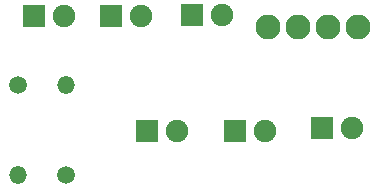
<source format=gbr>
%TF.GenerationSoftware,KiCad,Pcbnew,(5.1.6-0-10_14)*%
%TF.CreationDate,2020-09-05T00:15:57-04:00*%
%TF.ProjectId,ligths,6c696774-6873-42e6-9b69-6361645f7063,rev?*%
%TF.SameCoordinates,Original*%
%TF.FileFunction,Soldermask,Top*%
%TF.FilePolarity,Negative*%
%FSLAX46Y46*%
G04 Gerber Fmt 4.6, Leading zero omitted, Abs format (unit mm)*
G04 Created by KiCad (PCBNEW (5.1.6-0-10_14)) date 2020-09-05 00:15:57*
%MOMM*%
%LPD*%
G01*
G04 APERTURE LIST*
%ADD10O,1.500000X1.500000*%
%ADD11C,1.500000*%
%ADD12C,2.120000*%
%ADD13C,1.900000*%
%ADD14R,1.900000X1.900000*%
G04 APERTURE END LIST*
D10*
%TO.C,R2*%
X141859000Y-87198200D03*
D11*
X141859000Y-94818200D03*
%TD*%
D10*
%TO.C,R1*%
X137795000Y-94818200D03*
D11*
X137795000Y-87198200D03*
%TD*%
D12*
%TO.C,J1*%
X166583360Y-82290920D03*
X164043360Y-82290920D03*
X161503360Y-82290920D03*
X158963360Y-82290920D03*
%TD*%
D13*
%TO.C,D6*%
X158724600Y-91109800D03*
D14*
X156184600Y-91109800D03*
%TD*%
D13*
%TO.C,D5*%
X166077900Y-90830400D03*
D14*
X163537900Y-90830400D03*
%TD*%
D13*
%TO.C,D4*%
X151269700Y-91160600D03*
D14*
X148729700Y-91160600D03*
%TD*%
D13*
%TO.C,D3*%
X155041600Y-81330800D03*
D14*
X152501600Y-81330800D03*
%TD*%
D13*
%TO.C,D2*%
X148234400Y-81381600D03*
D14*
X145694400Y-81381600D03*
%TD*%
D13*
%TO.C,D1*%
X141655800Y-81368900D03*
D14*
X139115800Y-81368900D03*
%TD*%
M02*

</source>
